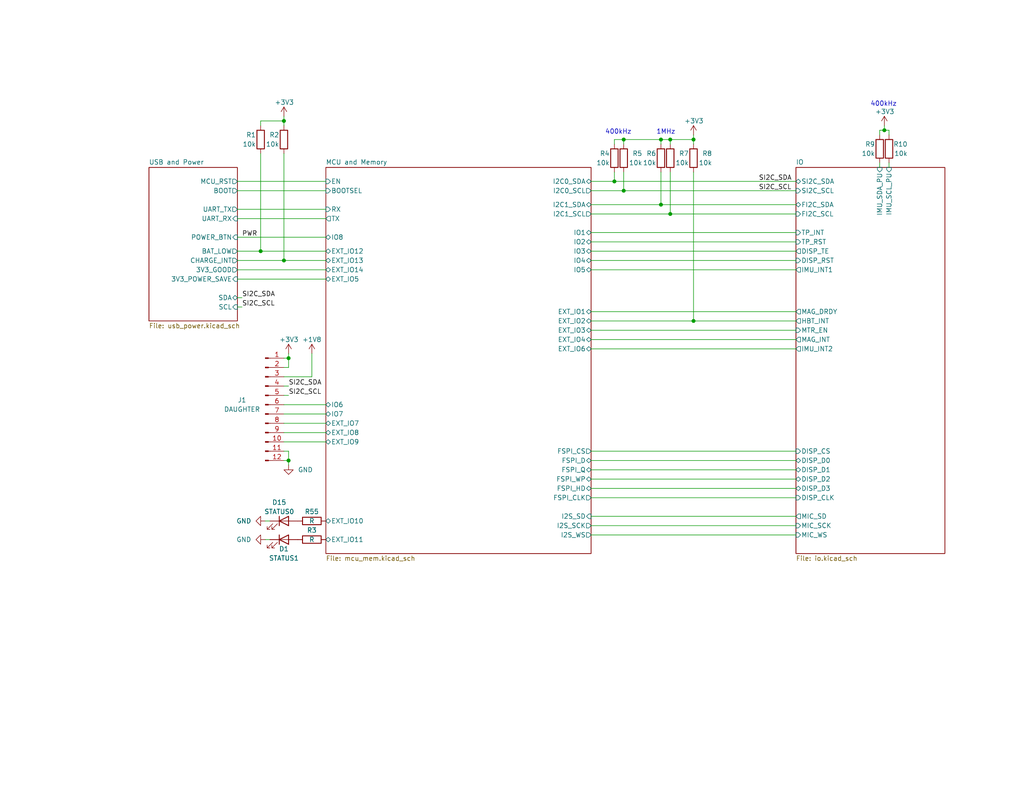
<source format=kicad_sch>
(kicad_sch (version 20230121) (generator eeschema)
  (paper "USLetter")
  (lib_symbols
    (symbol "Connector:Conn_01x12_Pin" (pin_names (offset 1.016) hide)
      (property "Reference" "J" (at 0 15.24 0))
      (property "Value" "Conn_01x12_Pin" (at 0 -17.78 0))
      (symbol "Conn_01x12_Pin_1_1"
        (polyline (pts (xy 1.27 -15.24) (xy 0.8636 -15.24)) (stroke (width 0.1524)))
        (polyline (pts (xy 1.27 -12.7) (xy 0.8636 -12.7)) (stroke (width 0.1524)))
        (polyline (pts (xy 1.27 -10.16) (xy 0.8636 -10.16)) (stroke (width 0.1524)))
        (polyline (pts (xy 1.27 -7.62) (xy 0.8636 -7.62)) (stroke (width 0.1524)))
        (polyline (pts (xy 1.27 -5.08) (xy 0.8636 -5.08)) (stroke (width 0.1524)))
        (polyline (pts (xy 1.27 -2.54) (xy 0.8636 -2.54)) (stroke (width 0.1524)))
        (polyline (pts (xy 1.27 0) (xy 0.8636 0)) (stroke (width 0.1524)))
        (polyline (pts (xy 1.27 2.54) (xy 0.8636 2.54)) (stroke (width 0.1524)))
        (polyline (pts (xy 1.27 5.08) (xy 0.8636 5.08)) (stroke (width 0.1524)))
        (polyline (pts (xy 1.27 7.62) (xy 0.8636 7.62)) (stroke (width 0.1524)))
        (polyline (pts (xy 1.27 10.16) (xy 0.8636 10.16)) (stroke (width 0.1524)))
        (polyline (pts (xy 1.27 12.7) (xy 0.8636 12.7)) (stroke (width 0.1524)))
        (rectangle (start 0.8636 -15.113) (end 0 -15.367) (stroke (width 0.1524)) (fill (type outline)))
        (rectangle (start 0.8636 -12.573) (end 0 -12.827) (stroke (width 0.1524)) (fill (type outline)))
        (rectangle (start 0.8636 -10.033) (end 0 -10.287) (stroke (width 0.1524)) (fill (type outline)))
        (rectangle (start 0.8636 -7.493) (end 0 -7.747) (stroke (width 0.1524)) (fill (type outline)))
        (rectangle (start 0.8636 -4.953) (end 0 -5.207) (stroke (width 0.1524)) (fill (type outline)))
        (rectangle (start 0.8636 -2.413) (end 0 -2.667) (stroke (width 0.1524)) (fill (type outline)))
        (rectangle (start 0.8636 0.127) (end 0 -0.127) (stroke (width 0.1524)) (fill (type outline)))
        (rectangle (start 0.8636 2.667) (end 0 2.413) (stroke (width 0.1524)) (fill (type outline)))
        (rectangle (start 0.8636 5.207) (end 0 4.953) (stroke (width 0.1524)) (fill (type outline)))
        (rectangle (start 0.8636 7.747) (end 0 7.493) (stroke (width 0.1524)) (fill (type outline)))
        (rectangle (start 0.8636 10.287) (end 0 10.033) (stroke (width 0.1524)) (fill (type outline)))
        (rectangle (start 0.8636 12.827) (end 0 12.573) (stroke (width 0.1524)) (fill (type outline)))
        (pin passive line (at 5.08 12.7 180) (length 3.81) (name "Pin_1") (number "1"))
        (pin passive line (at 5.08 -10.16 180) (length 3.81) (name "Pin_10") (number "10"))
        (pin passive line (at 5.08 -12.7 180) (length 3.81) (name "Pin_11") (number "11"))
        (pin passive line (at 5.08 -15.24 180) (length 3.81) (name "Pin_12") (number "12"))
        (pin passive line (at 5.08 10.16 180) (length 3.81) (name "Pin_2") (number "2"))
        (pin passive line (at 5.08 7.62 180) (length 3.81) (name "Pin_3") (number "3"))
        (pin passive line (at 5.08 5.08 180) (length 3.81) (name "Pin_4") (number "4"))
        (pin passive line (at 5.08 2.54 180) (length 3.81) (name "Pin_5") (number "5"))
        (pin passive line (at 5.08 0 180) (length 3.81) (name "Pin_6") (number "6"))
        (pin passive line (at 5.08 -2.54 180) (length 3.81) (name "Pin_7") (number "7"))
        (pin passive line (at 5.08 -5.08 180) (length 3.81) (name "Pin_8") (number "8"))
        (pin passive line (at 5.08 -7.62 180) (length 3.81) (name "Pin_9") (number "9"))
      )
    )
    (symbol "Device:LED" (pin_numbers hide) (pin_names (offset 1.016) hide)
      (property "Reference" "D" (at 0 2.54 0))
      (property "Value" "LED" (at 0 -2.54 0))
      (symbol "LED_0_1"
        (polyline (pts (xy -1.27 -1.27) (xy -1.27 1.27)) (stroke (width 0.254)))
        (polyline (pts (xy -1.27 0) (xy 1.27 0)))
        (polyline (pts (xy 1.27 -1.27) (xy 1.27 1.27) (xy -1.27 0) (xy 1.27 -1.27)) (stroke (width 0.254)))
        (polyline (pts (xy -3.048 -0.762) (xy -4.572 -2.286) (xy -3.81 -2.286) (xy -4.572 -2.286) (xy -4.572 -1.524)))
        (polyline (pts (xy -1.778 -0.762) (xy -3.302 -2.286) (xy -2.54 -2.286) (xy -3.302 -2.286) (xy -3.302 -1.524)))
      )
      (symbol "LED_1_1"
        (pin passive line (at -3.81 0 0) (length 2.54) (name "K") (number "1"))
        (pin passive line (at 3.81 0 180) (length 2.54) (name "A") (number "2"))
      )
    )
    (symbol "Device:R" (pin_numbers hide) (pin_names (offset 0))
      (property "Reference" "R" (at 2.032 0 90))
      (property "Value" "R" (at 0 0 90))
      (symbol "R_0_1"
        (rectangle (start -1.016 -2.54) (end 1.016 2.54) (stroke (width 0.254)))
      )
      (symbol "R_1_1"
        (pin passive line (at 0 3.81 270) (length 1.27) (name "~") (number "1"))
        (pin passive line (at 0 -3.81 90) (length 1.27) (name "~") (number "2"))
      )
    )
    (symbol "power:+1V8" (power) (pin_names (offset 0))
      (property "Value" "+1V8" (at 0 3.556 0))
      (symbol "+1V8_0_1"
        (polyline (pts (xy -0.762 1.27) (xy 0 2.54)))
        (polyline (pts (xy 0 0) (xy 0 2.54)))
        (polyline (pts (xy 0 2.54) (xy 0.762 1.27)))
      )
      (symbol "+1V8_1_1"
        (pin power_in line (at 0 0 90) (length 0) hide (name "+1V8") (number "1"))
      )
    )
    (symbol "power:+3V3" (power) (pin_names (offset 0))
      (property "Value" "+3V3" (at 0 3.556 0))
      (symbol "+3V3_0_1"
        (polyline (pts (xy -0.762 1.27) (xy 0 2.54)))
        (polyline (pts (xy 0 0) (xy 0 2.54)))
        (polyline (pts (xy 0 2.54) (xy 0.762 1.27)))
      )
      (symbol "+3V3_1_1"
        (pin power_in line (at 0 0 90) (length 0) hide (name "+3V3") (number "1"))
      )
    )
    (symbol "power:GND" (power) (pin_names (offset 0))
      (property "Value" "GND" (at 0 -3.81 0))
      (symbol "GND_0_1"
        (polyline (pts (xy 0 0) (xy 0 -1.27) (xy 1.27 -1.27) (xy 0 -2.54) (xy -1.27 -1.27) (xy 0 -1.27)))
      )
      (symbol "GND_1_1"
        (pin power_in line (at 0 0 270) (length 0) hide (name "GND") (number "1"))
      )
    )
  )
  (junction (at 182.88 38.1))
  (junction (at 189.23 87.63))
  (junction (at 170.18 38.1))
  (junction (at 182.88 58.42))
  (junction (at 78.74 125.73))
  (junction (at 78.74 97.79))
  (junction (at 241.3 35.56))
  (junction (at 189.23 38.1))
  (junction (at 170.18 52.07))
  (junction (at 77.47 33.02))
  (junction (at 180.34 55.88))
  (junction (at 167.64 49.53))
  (junction (at 71.12 68.58))
  (junction (at 77.47 71.12))
  (junction (at 180.34 38.1))
  (wire (pts (xy 78.74 100.33) (xy 77.47 100.33)))
  (wire (pts (xy 64.77 49.53) (xy 88.9 49.53)))
  (wire (pts (xy 64.77 76.2) (xy 88.9 76.2)))
  (wire (pts (xy 64.77 52.07) (xy 88.9 52.07)))
  (wire (pts (xy 180.34 55.88) (xy 217.17 55.88)))
  (wire (pts (xy 77.47 31.75) (xy 77.47 33.02)))
  (wire (pts (xy 64.77 71.12) (xy 77.47 71.12)))
  (wire (pts (xy 161.29 130.81) (xy 217.17 130.81)))
  (wire (pts (xy 161.29 71.12) (xy 217.17 71.12)))
  (wire (pts (xy 64.77 68.58) (xy 71.12 68.58)))
  (wire (pts (xy 180.34 38.1) (xy 180.34 39.37)))
  (wire (pts (xy 167.64 38.1) (xy 167.64 39.37)))
  (wire (pts (xy 182.88 46.99) (xy 182.88 58.42)))
  (wire (pts (xy 64.77 73.66) (xy 88.9 73.66)))
  (wire (pts (xy 167.64 38.1) (xy 170.18 38.1)))
  (wire (pts (xy 161.29 146.05) (xy 217.17 146.05)))
  (wire (pts (xy 85.09 96.52) (xy 85.09 102.87)))
  (wire (pts (xy 72.39 142.24) (xy 73.66 142.24)))
  (wire (pts (xy 161.29 133.35) (xy 217.17 133.35)))
  (wire (pts (xy 189.23 36.83) (xy 189.23 38.1)))
  (wire (pts (xy 161.29 63.5) (xy 217.17 63.5)))
  (wire (pts (xy 180.34 46.99) (xy 180.34 55.88)))
  (wire (pts (xy 64.77 59.69) (xy 88.9 59.69)))
  (wire (pts (xy 161.29 125.73) (xy 217.17 125.73)))
  (wire (pts (xy 242.57 44.45) (xy 242.57 45.72)))
  (wire (pts (xy 241.3 34.29) (xy 241.3 35.56)))
  (wire (pts (xy 161.29 85.09) (xy 217.17 85.09)))
  (wire (pts (xy 161.29 49.53) (xy 167.64 49.53)))
  (wire (pts (xy 77.47 71.12) (xy 88.9 71.12)))
  (wire (pts (xy 71.12 33.02) (xy 71.12 34.29)))
  (wire (pts (xy 71.12 33.02) (xy 77.47 33.02)))
  (wire (pts (xy 161.29 73.66) (xy 217.17 73.66)))
  (wire (pts (xy 161.29 58.42) (xy 182.88 58.42)))
  (wire (pts (xy 77.47 118.11) (xy 88.9 118.11)))
  (wire (pts (xy 78.74 123.19) (xy 78.74 125.73)))
  (wire (pts (xy 182.88 38.1) (xy 182.88 39.37)))
  (wire (pts (xy 180.34 38.1) (xy 182.88 38.1)))
  (wire (pts (xy 161.29 55.88) (xy 180.34 55.88)))
  (wire (pts (xy 170.18 52.07) (xy 217.17 52.07)))
  (wire (pts (xy 64.77 57.15) (xy 88.9 57.15)))
  (wire (pts (xy 189.23 46.99) (xy 189.23 87.63)))
  (wire (pts (xy 72.39 147.32) (xy 73.66 147.32)))
  (wire (pts (xy 77.47 115.57) (xy 88.9 115.57)))
  (wire (pts (xy 77.47 110.49) (xy 88.9 110.49)))
  (wire (pts (xy 161.29 143.51) (xy 217.17 143.51)))
  (wire (pts (xy 161.29 87.63) (xy 189.23 87.63)))
  (wire (pts (xy 78.74 125.73) (xy 78.74 127)))
  (wire (pts (xy 170.18 46.99) (xy 170.18 52.07)))
  (wire (pts (xy 167.64 46.99) (xy 167.64 49.53)))
  (wire (pts (xy 161.29 140.97) (xy 217.17 140.97)))
  (wire (pts (xy 77.47 33.02) (xy 77.47 34.29)))
  (wire (pts (xy 161.29 66.04) (xy 217.17 66.04)))
  (wire (pts (xy 161.29 128.27) (xy 217.17 128.27)))
  (wire (pts (xy 64.77 64.77) (xy 88.9 64.77)))
  (wire (pts (xy 77.47 120.65) (xy 88.9 120.65)))
  (wire (pts (xy 167.64 49.53) (xy 217.17 49.53)))
  (wire (pts (xy 161.29 68.58) (xy 217.17 68.58)))
  (wire (pts (xy 170.18 38.1) (xy 170.18 39.37)))
  (wire (pts (xy 78.74 97.79) (xy 77.47 97.79)))
  (wire (pts (xy 161.29 95.25) (xy 217.17 95.25)))
  (wire (pts (xy 161.29 135.89) (xy 217.17 135.89)))
  (wire (pts (xy 77.47 123.19) (xy 78.74 123.19)))
  (wire (pts (xy 78.74 96.52) (xy 78.74 97.79)))
  (wire (pts (xy 161.29 123.19) (xy 217.17 123.19)))
  (wire (pts (xy 240.03 44.45) (xy 240.03 45.72)))
  (wire (pts (xy 64.77 81.28) (xy 66.04 81.28)))
  (wire (pts (xy 182.88 58.42) (xy 217.17 58.42)))
  (wire (pts (xy 241.3 35.56) (xy 242.57 35.56)))
  (wire (pts (xy 64.77 83.82) (xy 66.04 83.82)))
  (wire (pts (xy 77.47 113.03) (xy 88.9 113.03)))
  (wire (pts (xy 77.47 41.91) (xy 77.47 71.12)))
  (wire (pts (xy 242.57 35.56) (xy 242.57 36.83)))
  (wire (pts (xy 189.23 38.1) (xy 189.23 39.37)))
  (wire (pts (xy 161.29 92.71) (xy 217.17 92.71)))
  (wire (pts (xy 161.29 52.07) (xy 170.18 52.07)))
  (wire (pts (xy 189.23 38.1) (xy 182.88 38.1)))
  (wire (pts (xy 189.23 87.63) (xy 217.17 87.63)))
  (wire (pts (xy 77.47 102.87) (xy 85.09 102.87)))
  (wire (pts (xy 170.18 38.1) (xy 180.34 38.1)))
  (wire (pts (xy 240.03 35.56) (xy 241.3 35.56)))
  (wire (pts (xy 78.74 100.33) (xy 78.74 97.79)))
  (wire (pts (xy 77.47 125.73) (xy 78.74 125.73)))
  (wire (pts (xy 161.29 90.17) (xy 217.17 90.17)))
  (wire (pts (xy 240.03 35.56) (xy 240.03 36.83)))
  (wire (pts (xy 78.74 105.41) (xy 77.47 105.41)))
  (wire (pts (xy 71.12 41.91) (xy 71.12 68.58)))
  (wire (pts (xy 71.12 68.58) (xy 88.9 68.58)))
  (wire (pts (xy 77.47 107.95) (xy 78.74 107.95)))
  (text "400kHz" (at 237.49 29.21 0) (effects (font (size 1.27 1.27)) (justify left bottom)))
  (text "1MHz" (at 179.07 36.83 0) (effects (font (size 1.27 1.27)) (justify left bottom)))
  (text "400kHz" (at 165.1 36.83 0) (effects (font (size 1.27 1.27)) (justify left bottom)))
  (label "SI2C_SDA" (at 207.01 49.53 0))
  (label "SI2C_SCL" (at 66.04 83.82 0))
  (label "PWR" (at 66.04 64.77 0))
  (label "SI2C_SDA" (at 78.74 105.41 0))
  (label "SI2C_SCL" (at 207.01 52.07 0))
  (label "SI2C_SDA" (at 66.04 81.28 0))
  (label "SI2C_SCL" (at 78.74 107.95 0))
  (symbol (lib_id "Connector:Conn_01x12_Pin") (at 72.39 110.49 0) (unit 1)
    (property "Reference" "J1" (at 66.04 109.22 0))
    (property "Value" "DAUGHTER" (at 66.04 111.76 0))
    (property "Footprint" "Connector_FFC-FPC:TE_1-1734839-2_1x12-1MP_P0.5mm_Horizontal" (effects hide))
  )
  (symbol (lib_id "Device:R") (at 71.12 38.1 180) (unit 1)
    (property "Reference" "R1" (at 69.85 36.83 0) (effects (justify left)))
    (property "Value" "10k" (at 69.85 39.37 0) (effects (justify left)))
    (property "Footprint" "Resistor_SMD:R_0402_1005Metric" (effects hide))
  )
  (symbol (lib_id "power:+3V3") (at 189.23 36.83 0) (unit 1)
    (property "Reference" "#PWR06" (effects hide))
    (property "Value" "+3V3" (at 186.69 33.02 0) (effects (justify left)))
  )
  (symbol (lib_id "Device:R") (at 189.23 43.18 180) (unit 1)
    (property "Reference" "R8" (at 194.31 41.91 0) (effects (justify left)))
    (property "Value" "10k" (at 194.31 44.45 0) (effects (justify left)))
    (property "Footprint" "Resistor_SMD:R_0402_1005Metric" (effects hide))
  )
  (symbol (lib_id "power:+3V3") (at 241.3 34.29 0) (unit 1)
    (property "Reference" "#PWR07" (effects hide))
    (property "Value" "+3V3" (at 238.76 30.48 0) (effects (justify left)))
  )
  (symbol (lib_id "Device:R") (at 180.34 43.18 180) (unit 1)
    (property "Reference" "R6" (at 179.07 41.91 0) (effects (justify left)))
    (property "Value" "10k" (at 179.07 44.45 0) (effects (justify left)))
    (property "Footprint" "Resistor_SMD:R_0402_1005Metric" (effects hide))
  )
  (symbol (lib_id "power:+1V8") (at 85.09 96.52 0) (unit 1)
    (property "Reference" "#PWR05" (effects hide))
    (property "Value" "+1V8" (at 85.09 92.71 0))
  )
  (symbol (lib_id "Device:R") (at 85.09 147.32 90) (unit 1)
    (property "Reference" "R3" (at 85.09 144.78 90))
    (property "Value" "R" (at 85.09 147.32 90))
    (property "Footprint" "Resistor_SMD:R_0402_1005Metric" (effects hide))
  )
  (symbol (lib_id "Device:R") (at 240.03 40.64 180) (unit 1)
    (property "Reference" "R9" (at 238.76 39.37 0) (effects (justify left)))
    (property "Value" "10k" (at 238.76 41.91 0) (effects (justify left)))
    (property "Footprint" "Resistor_SMD:R_0402_1005Metric" (effects hide))
  )
  (symbol (lib_id "power:+3V3") (at 77.47 31.75 0) (unit 1)
    (property "Reference" "#PWR02" (effects hide))
    (property "Value" "+3V3" (at 74.93 27.94 0) (effects (justify left)))
  )
  (symbol (lib_id "power:+3V3") (at 78.74 96.52 0) (unit 1)
    (property "Reference" "#PWR03" (effects hide))
    (property "Value" "+3V3" (at 76.2 92.71 0) (effects (justify left)))
  )
  (symbol (lib_id "Device:LED") (at 77.47 142.24 0) (unit 1)
    (property "Reference" "D15" (at 76.2 137.16 0))
    (property "Value" "STATUS0" (at 76.2 139.7 0))
    (property "Footprint" "LED_SMD:LED_0402_1005Metric" (effects hide))
  )
  (symbol (lib_id "power:GND") (at 72.39 142.24 270) (unit 1)
    (property "Reference" "#PWR021" (effects hide))
    (property "Value" "GND" (at 68.58 142.24 90) (effects (justify right)))
  )
  (symbol (lib_id "Device:R") (at 182.88 43.18 180) (unit 1)
    (property "Reference" "R7" (at 187.96 41.91 0) (effects (justify left)))
    (property "Value" "10k" (at 187.96 44.45 0) (effects (justify left)))
    (property "Footprint" "Resistor_SMD:R_0402_1005Metric" (effects hide))
  )
  (symbol (lib_id "power:GND") (at 78.74 127 0) (unit 1)
    (property "Reference" "#PWR04" (effects hide))
    (property "Value" "GND" (at 81.28 128.27 0) (effects (justify left)))
  )
  (symbol (lib_id "Device:R") (at 77.47 38.1 180) (unit 1)
    (property "Reference" "R2" (at 76.2 36.83 0) (effects (justify left)))
    (property "Value" "10k" (at 76.2 39.37 0) (effects (justify left)))
    (property "Footprint" "Resistor_SMD:R_0402_1005Metric" (effects hide))
  )
  (symbol (lib_id "power:GND") (at 72.39 147.32 270) (unit 1)
    (property "Reference" "#PWR01" (effects hide))
    (property "Value" "GND" (at 68.58 147.32 90) (effects (justify right)))
  )
  (symbol (lib_id "Device:R") (at 167.64 43.18 180) (unit 1)
    (property "Reference" "R4" (at 166.37 41.91 0) (effects (justify left)))
    (property "Value" "10k" (at 166.37 44.45 0) (effects (justify left)))
    (property "Footprint" "Resistor_SMD:R_0402_1005Metric" (effects hide))
  )
  (symbol (lib_id "Device:R") (at 242.57 40.64 180) (unit 1)
    (property "Reference" "R10" (at 247.65 39.37 0) (effects (justify left)))
    (property "Value" "10k" (at 247.65 41.91 0) (effects (justify left)))
    (property "Footprint" "Resistor_SMD:R_0402_1005Metric" (effects hide))
  )
  (symbol (lib_id "Device:R") (at 85.09 142.24 90) (unit 1)
    (property "Reference" "R55" (at 85.09 139.7 90))
    (property "Value" "R" (at 85.09 142.24 90))
    (property "Footprint" "Resistor_SMD:R_0402_1005Metric" (effects hide))
  )
  (symbol (lib_id "Device:LED") (at 77.47 147.32 0) (unit 1)
    (property "Reference" "D1" (at 77.47 149.86 0))
    (property "Value" "STATUS1" (at 77.47 152.4 0))
    (property "Footprint" "LED_SMD:LED_0402_1005Metric" (effects hide))
  )
  (symbol (lib_id "Device:R") (at 170.18 43.18 180) (unit 1)
    (property "Reference" "R5" (at 175.26 41.91 0) (effects (justify left)))
    (property "Value" "10k" (at 175.26 44.45 0) (effects (justify left)))
    (property "Footprint" "Resistor_SMD:R_0402_1005Metric" (effects hide))
  )
  (sheet (at 217.17 45.72) (size 40.64 105.41) (stroke (width 0.1524))
    (property "Sheetname" "IO" (at 217.17 45.0084 0) (effects (justify left bottom)))
    (property "Sheetfile" "io.kicad_sch" (at 217.17 151.7146 0) (effects (justify left top)))
    (pin "SI2C_SCL" input (at 217.17 52.07 180))
    (pin "SI2C_SDA" bidirectional (at 217.17 49.53 180))
    (pin "FI2C_SDA" bidirectional (at 217.17 55.88 180))
    (pin "FI2C_SCL" input (at 217.17 58.42 180))
    (pin "IMU_INT1" output (at 217.17 73.66 180))
    (pin "IMU_INT2" output (at 217.17 95.25 180))
    (pin "HBT_INT" output (at 217.17 87.63 180))
    (pin "TP_INT" input (at 217.17 63.5 180))
    (pin "TP_RST" input (at 217.17 66.04 180))
    (pin "MIC_SCK" input (at 217.17 143.51 180))
    (pin "MIC_WS" input (at 217.17 146.05 180))
    (pin "MIC_SD" output (at 217.17 140.97 180))
    (pin "MAG_DRDY" output (at 217.17 85.09 180))
    (pin "MAG_INT" output (at 217.17 92.71 180))
    (pin "IMU_SDA_PU" input (at 240.03 45.72 90))
    (pin "IMU_SCL_PU" input (at 242.57 45.72 90))
    (pin "DISP_D0" bidirectional (at 217.17 125.73 180))
    (pin "DISP_CS" input (at 217.17 123.19 180))
    (pin "DISP_CLK" input (at 217.17 135.89 180))
    (pin "DISP_TE" output (at 217.17 68.58 180))
    (pin "DISP_RST" input (at 217.17 71.12 180))
    (pin "DISP_D2" bidirectional (at 217.17 130.81 180))
    (pin "DISP_D1" bidirectional (at 217.17 128.27 180))
    (pin "DISP_D3" bidirectional (at 217.17 133.35 180))
    (pin "MTR_EN" input (at 217.17 90.17 180))
  )
  (sheet (at 88.9 45.72) (size 72.39 105.41) (stroke (width 0.1524))
    (property "Sheetname" "MCU and Memory" (at 88.9 45.0084 0) (effects (justify left bottom)))
    (property "Sheetfile" "mcu_mem.kicad_sch" (at 88.9 151.7146 0) (effects (justify left top)))
    (pin "EXT_IO13" bidirectional (at 88.9 71.12 180))
    (pin "EXT_IO12" bidirectional (at 88.9 68.58 180))
    (pin "EXT_IO11" bidirectional (at 88.9 147.32 180))
    (pin "EXT_IO14" bidirectional (at 88.9 73.66 180))
    (pin "EXT_IO9" bidirectional (at 88.9 120.65 180))
    (pin "EXT_IO10" bidirectional (at 88.9 142.24 180))
    (pin "EXT_IO5" bidirectional (at 88.9 76.2 180))
    (pin "EXT_IO6" bidirectional (at 161.29 95.25 0))
    (pin "EXT_IO4" bidirectional (at 161.29 92.71 0))
    (pin "EXT_IO7" bidirectional (at 88.9 115.57 180))
    (pin "EXT_IO8" bidirectional (at 88.9 118.11 180))
    (pin "EXT_IO3" bidirectional (at 161.29 90.17 0))
    (pin "EXT_IO2" bidirectional (at 161.29 87.63 0))
    (pin "EXT_IO1" bidirectional (at 161.29 85.09 0))
    (pin "I2S_SCK" output (at 161.29 143.51 0))
    (pin "I2S_WS" output (at 161.29 146.05 0))
    (pin "I2S_SD" input (at 161.29 140.97 0))
    (pin "I2C0_SCL" output (at 161.29 52.07 0))
    (pin "IO2" bidirectional (at 161.29 66.04 0))
    (pin "I2C1_SDA" bidirectional (at 161.29 55.88 0))
    (pin "I2C0_SDA" bidirectional (at 161.29 49.53 0))
    (pin "IO1" bidirectional (at 161.29 63.5 0))
    (pin "I2C1_SCL" output (at 161.29 58.42 0))
    (pin "IO4" bidirectional (at 161.29 71.12 0))
    (pin "IO3" bidirectional (at 161.29 68.58 0))
    (pin "IO5" bidirectional (at 161.29 73.66 0))
    (pin "FSPI_HD" bidirectional (at 161.29 133.35 0))
    (pin "FSPI_CLK" output (at 161.29 135.89 0))
    (pin "FSPI_CS" output (at 161.29 123.19 0))
    (pin "FSPI_D" bidirectional (at 161.29 125.73 0))
    (pin "FSPI_WP" bidirectional (at 161.29 130.81 0))
    (pin "FSPI_Q" bidirectional (at 161.29 128.27 0))
    (pin "IO6" bidirectional (at 88.9 110.49 180))
    (pin "IO7" bidirectional (at 88.9 113.03 180))
    (pin "IO8" bidirectional (at 88.9 64.77 180))
    (pin "RX" input (at 88.9 57.15 180))
    (pin "TX" output (at 88.9 59.69 180))
    (pin "EN" input (at 88.9 49.53 180))
    (pin "BOOTSEL" input (at 88.9 52.07 180))
  )
  (sheet (at 40.64 45.72) (size 24.13 41.91) (stroke (width 0.1524))
    (property "Sheetname" "USB and Power" (at 40.64 45.0084 0) (effects (justify left bottom)))
    (property "Sheetfile" "usb_power.kicad_sch" (at 40.64 88.2146 0) (effects (justify left top)))
    (pin "POWER_BTN" input (at 64.77 64.77 0))
    (pin "SCL" input (at 64.77 83.82 0))
    (pin "SDA" bidirectional (at 64.77 81.28 0))
    (pin "UART_TX" output (at 64.77 57.15 0))
    (pin "UART_RX" input (at 64.77 59.69 0))
    (pin "BAT_LOW" output (at 64.77 68.58 0))
    (pin "BOOT" output (at 64.77 52.07 0))
    (pin "MCU_RST" output (at 64.77 49.53 0))
    (pin "CHARGE_INT" output (at 64.77 71.12 0))
    (pin "3V3_GOOD" output (at 64.77 73.66 0))
    (pin "3V3_POWER_SAVE" input (at 64.77 76.2 0))
  )
)
</source>
